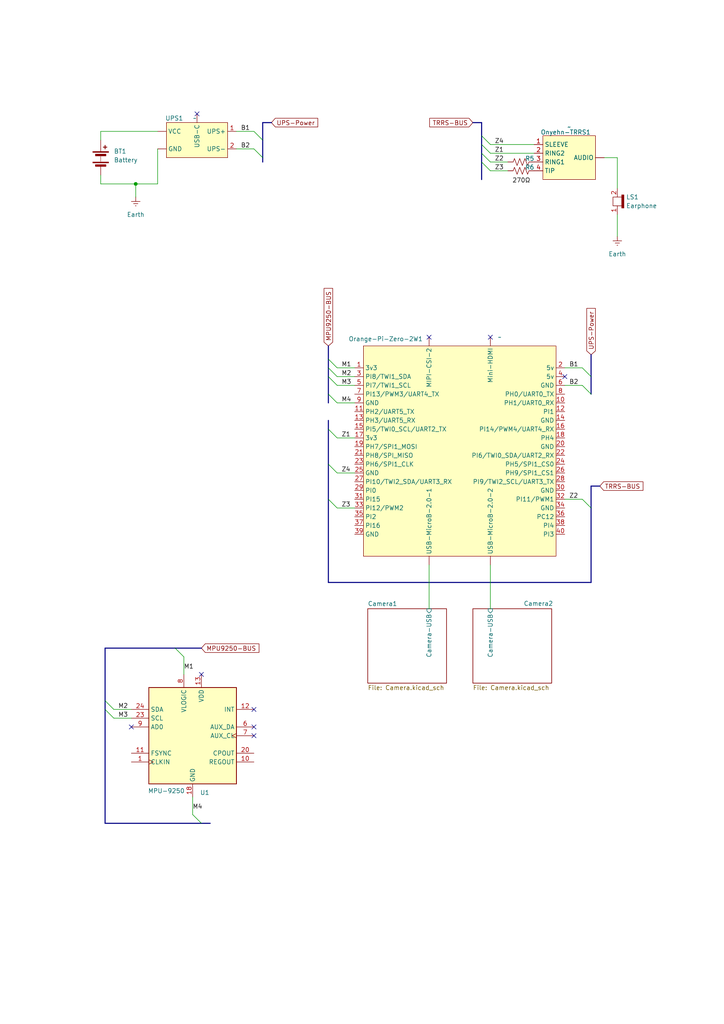
<source format=kicad_sch>
(kicad_sch (version 20250114) (generator "eeschema") (generator_version "9.0")
  (paper "A4" portrait)
  (title_block (title "World Navigation Hat") (date "2025-11-13") (rev "1.0") (company "University of San Agustin") (comment 1 "Daywan, Vince Ginno B. ") (comment 2 "ChenLin Wang") (comment 3 "Pabito, Ethel Herna C.") (comment 4 "D’Souza, Jason C"))
  (lib_symbols
    (symbol "4xxx:Onyehn-TRRS"
      (property "Reference" "Onyehn-TRRS" (at -1.27 8.128 0))
      (symbol "Onyehn-TRRS_1_0"
        (pin input line (at -10.16 3.81 0) (length 2.54) (name "SLEEVE") (number "1"))
        (pin input line (at -10.16 1.27 0) (length 2.54) (name "RING2") (number "2"))
        (pin input line (at -10.16 -1.27 0) (length 2.54) (name "RING1") (number "3"))
        (pin input line (at -10.16 -3.81 0) (length 2.54) (name "TIP") (number "4"))
        (pin output line (at 10.16 0 180) (length 2.54) (name "AUDIO") (number ""))
      )
      (symbol "Onyehn-TRRS_1_1"
        (rectangle (start -7.62 6.35) (end 7.62 -6.35) (fill (type background)))
      )
    )
    (symbol "4xxx:Orange-Pi-Zero-2W"
      (property "Reference" "Orange-Pi-Zero-2W" (at -21.082 32.766 0))
      (symbol "Orange-Pi-Zero-2W_0_0"
        (pin output line (at -30.48 24.13 0) (length 2.54) (name "3v3") (number "1"))
        (pin output line (at -30.48 21.59 0) (length 2.54) (name "PI8/TWI1_SDA") (number "3"))
        (pin output line (at -30.48 19.05 0) (length 2.54) (name "PI7/TWI1_SCL") (number "5"))
        (pin output line (at -30.48 16.51 0) (length 2.54) (name "PI13/PWM3/UART4_TX") (number "7"))
        (pin output line (at -30.48 13.97 0) (length 2.54) (name "GND") (number "9"))
        (pin output line (at -30.48 11.43 0) (length 2.54) (name "PH2/UART5_TX") (number "11"))
        (pin output line (at -30.48 8.89 0) (length 2.54) (name "PH3/UART5_RX") (number "13"))
        (pin output line (at -30.48 6.35 0) (length 2.54) (name "PI5/TWI0_SCL/UART2_TX") (number "15"))
        (pin output line (at -30.48 3.81 0) (length 2.54) (name "3v3") (number "17"))
        (pin output line (at -30.48 1.27 0) (length 2.54) (name "PH7/SPI1_MOSI") (number "19"))
        (pin output line (at -30.48 -1.27 0) (length 2.54) (name "PH8/SPI_MISO") (number "21"))
        (pin output line (at -30.48 -3.81 0) (length 2.54) (name "PH6/SPI1_CLK") (number "23"))
        (pin output line (at -30.48 -6.35 0) (length 2.54) (name "GND") (number "25"))
        (pin output line (at -30.48 -8.89 0) (length 2.54) (name "PI10/TWI2_SDA/UART3_RX") (number "27"))
        (pin output line (at -30.48 -11.43 0) (length 2.54) (name "PI0") (number "29"))
        (pin output line (at -30.48 -13.97 0) (length 2.54) (name "PI15") (number "31"))
        (pin output line (at -30.48 -16.51 0) (length 2.54) (name "PI12/PWM2") (number "33"))
        (pin output line (at -30.48 -19.05 0) (length 2.54) (name "PI2") (number "35"))
        (pin output line (at -30.48 -21.59 0) (length 2.54) (name "PI16") (number "37"))
        (pin output line (at -30.48 -24.13 0) (length 2.54) (name "GND") (number "39"))
        (pin output line (at 30.48 24.13 180) (length 2.54) (name "5v") (number "2"))
        (pin output line (at 30.48 21.59 180) (length 2.54) (name "5v") (number "4"))
        (pin output line (at 30.48 19.05 180) (length 2.54) (name "GND") (number "6"))
        (pin output line (at 30.48 16.51 180) (length 2.54) (name "PH0/UART0_TX") (number "8"))
        (pin output line (at 30.48 13.97 180) (length 2.54) (name "PH1/UART0_RX") (number "10"))
        (pin output line (at 30.48 11.43 180) (length 2.54) (name "PI1") (number "12"))
        (pin output line (at 30.48 8.89 180) (length 2.54) (name "GND") (number "14"))
        (pin output line (at 30.48 6.35 180) (length 2.54) (name "PI14/PWM4/UART4_RX") (number "16"))
        (pin output line (at 30.48 3.81 180) (length 2.54) (name "PH4") (number "18"))
        (pin output line (at 30.48 1.27 180) (length 2.54) (name "GND") (number "20"))
        (pin output line (at 30.48 -1.27 180) (length 2.54) (name "PI6/TWI0_SDA/UART2_RX") (number "22"))
        (pin output line (at 30.48 -3.81 180) (length 2.54) (name "PH5/SPI1_CS0") (number "24"))
        (pin output line (at 30.48 -6.35 180) (length 2.54) (name "PH9/SPI1_CS1") (number "26"))
        (pin output line (at 30.48 -8.89 180) (length 2.54) (name "PI9/TWI2_SCL/UART3_TX") (number "28"))
        (pin output line (at 30.48 -11.43 180) (length 2.54) (name "GND") (number "30"))
        (pin output line (at 30.48 -13.97 180) (length 2.54) (name "PI11/PWM1") (number "32"))
        (pin output line (at 30.48 -16.51 180) (length 2.54) (name "GND") (number "34"))
        (pin output line (at 30.48 -19.05 180) (length 2.54) (name "PC12") (number "36"))
        (pin output line (at 30.48 -21.59 180) (length 2.54) (name "PI4") (number "38"))
        (pin output line (at 30.48 -24.13 180) (length 2.54) (name "PI3") (number "40"))
      )
      (symbol "Orange-Pi-Zero-2W_1_1"
        (rectangle (start -27.94 30.48) (end 27.94 -30.48) (fill (type background)))
        (pin input line (at -8.89 33.02 270) (length 2.54) (name "MIPI-CSI-2") (number ""))
        (pin input line (at -8.89 -33.02 90) (length 2.54) (name "USB-MicroB-2.0-1") (number ""))
        (pin output line (at 8.89 33.02 270) (length 2.54) (name "Mini-HDMI") (number ""))
        (pin input line (at 8.89 -33.02 90) (length 2.54) (name "USB-MicroB-2.0-2") (number ""))
      )
    )
    (symbol "4xxx:UPS-5V/3A-USB-C"
      (property "Reference" "UPS" (at -7.112 6.096 0))
      (symbol "UPS-5V/3A-USB-C_1_1"
        (rectangle (start -8.89 5.08) (end 8.89 -5.08) (fill (type background)))
        (pin input line (at -11.43 2.54 0) (length 2.54) (name "VCC") (number ""))
        (pin input line (at -11.43 -2.54 0) (length 2.54) (name "GND") (number ""))
        (pin input line (at 0 7.62 270) (length 2.54) (name "USB-C") (number ""))
        (pin output line (at 11.43 2.54 180) (length 2.54) (name "UPS+") (number "1"))
        (pin output line (at 11.43 -2.54 180) (length 2.54) (name "UPS-") (number "2"))
      )
    )
    (symbol "Device:Battery" (pin_numbers (hide yes)) (pin_names (offset 0) (hide yes))
      (property "Reference" "BT" (at 2.54 2.54 0))
      (property "Value" "Battery" (at 2.54 0 0))
      (symbol "Battery_0_1"
        (rectangle (start -2.286 1.778) (end 2.286 1.524) (fill (type outline)))
        (rectangle (start -2.286 -1.27) (end 2.286 -1.524) (fill (type outline)))
        (rectangle (start -1.524 1.016) (end 1.524 0.508) (fill (type outline)))
        (rectangle (start -1.524 -2.032) (end 1.524 -2.54) (fill (type outline)))
        (polyline (pts (xy 0 1.778) (xy 0 2.54)))
        (polyline (pts (xy 0 0) (xy 0 0.254)))
        (polyline (pts (xy 0 -0.508) (xy 0 -0.254)))
        (polyline (pts (xy 0 -1.016) (xy 0 -0.762)))
        (polyline (pts (xy 0.762 3.048) (xy 1.778 3.048)) (stroke (width 0.254)))
        (polyline (pts (xy 1.27 3.556) (xy 1.27 2.54)) (stroke (width 0.254)))
      )
      (symbol "Battery_1_1"
        (pin passive line (at 0 5.08 270) (length 2.54) (name "+") (number "1"))
        (pin passive line (at 0 -5.08 90) (length 2.54) (name "-") (number "2"))
      )
    )
    (symbol "Device:Earphone" (pin_names (offset 0.0254) (hide yes))
      (property "Reference" "LS" (at 2.54 3.81 0))
      (property "Value" "Earphone" (at 2.54 1.905 0))
      (symbol "Earphone_0_1"
        (rectangle (start 1.27 0) (end -1.27 2.54))
        (rectangle (start 1.27 -0.635) (end 1.905 3.175) (fill (type outline)))
      )
      (symbol "Earphone_1_1"
        (pin passive line (at 0 5.08 270) (length 2.54) (name "+") (number "2"))
        (pin passive line (at 0 -2.54 90) (length 2.54) (name "-") (number "1"))
      )
    )
    (symbol "Device:R_US" (pin_numbers (hide yes)) (pin_names (offset 0))
      (property "Reference" "R" (at 2.54 0 90))
      (property "Value" "R_US" (at -2.54 0 90))
      (symbol "R_US_0_1"
        (polyline (pts (xy 0 2.286) (xy 0 2.54)))
        (polyline (pts (xy 0 2.286) (xy 1.016 1.905) (xy 0 1.524) (xy -1.016 1.143) (xy 0 0.762)))
        (polyline (pts (xy 0 0.762) (xy 1.016 0.381) (xy 0 0) (xy -1.016 -0.381) (xy 0 -0.762)))
        (polyline (pts (xy 0 -0.762) (xy 1.016 -1.143) (xy 0 -1.524) (xy -1.016 -1.905) (xy 0 -2.286)))
        (polyline (pts (xy 0 -2.286) (xy 0 -2.54)))
      )
      (symbol "R_US_1_1"
        (pin passive line (at 0 3.81 270) (length 1.27) (name "~") (number "1"))
        (pin passive line (at 0 -3.81 90) (length 1.27) (name "~") (number "2"))
      )
    )
    (symbol "Sensor_Motion:MPU-6050"
      (property "Reference" "U" (at -11.43 13.97 0))
      (property "Value" "MPU-6050" (at 7.62 -15.24 0))
      (symbol "MPU-6050_0_1"
        (rectangle (start -12.7 13.97) (end 12.7 -13.97) (stroke (width 0.254)) (fill (type background)))
      )
      (symbol "MPU-6050_1_1"
        (pin bidirectional line (at -17.78 7.62 0) (length 5.08) (name "SDA") (number "24"))
        (pin input line (at -17.78 5.08 0) (length 5.08) (name "SCL") (number "23"))
        (pin input line (at -17.78 2.54 0) (length 5.08) (name "AD0") (number "9"))
        (pin input line (at -17.78 -5.08 0) (length 5.08) (name "FSYNC") (number "11"))
        (pin input clock (at -17.78 -7.62 0) (length 5.08) (name "CLKIN") (number "1"))
        (pin no_connect line (at -12.7 12.7 0) (length 2.54) (hide yes) (name "NC") (number "2"))
        (pin no_connect line (at -12.7 10.16 0) (length 2.54) (hide yes) (name "NC") (number "3"))
        (pin no_connect line (at -12.7 0 0) (length 2.54) (hide yes) (name "NC") (number "4"))
        (pin no_connect line (at -12.7 -2.54 0) (length 2.54) (hide yes) (name "NC") (number "5"))
        (pin no_connect line (at -12.7 -10.16 0) (length 2.54) (hide yes) (name "NC") (number "14"))
        (pin power_in line (at -2.54 17.78 270) (length 3.81) (name "VLOGIC") (number "8"))
        (pin power_in line (at 0 -17.78 90) (length 3.81) (name "GND") (number "18"))
        (pin power_in line (at 2.54 17.78 270) (length 3.81) (name "VDD") (number "13"))
        (pin no_connect line (at 12.7 12.7 180) (length 2.54) (hide yes) (name "NC") (number "15"))
        (pin no_connect line (at 12.7 10.16 180) (length 2.54) (hide yes) (name "NC") (number "16"))
        (pin no_connect line (at 12.7 5.08 180) (length 2.54) (hide yes) (name "NC") (number "17"))
        (pin no_connect line (at 12.7 -2.54 180) (length 2.54) (hide yes) (name "RESV") (number "21"))
        (pin no_connect line (at 12.7 -10.16 180) (length 2.54) (hide yes) (name "RESV") (number "19"))
        (pin no_connect line (at 12.7 -12.7 180) (length 2.54) (hide yes) (name "RESV") (number "22"))
        (pin output line (at 17.78 7.62 180) (length 5.08) (name "INT") (number "12"))
        (pin bidirectional line (at 17.78 2.54 180) (length 5.08) (name "AUX_DA") (number "6"))
        (pin output clock (at 17.78 0 180) (length 5.08) (name "AUX_CL") (number "7"))
        (pin passive line (at 17.78 -5.08 180) (length 5.08) (name "CPOUT") (number "20"))
        (pin passive line (at 17.78 -7.62 180) (length 5.08) (name "REGOUT") (number "10"))
      )
    )
    (symbol "power:Earth" (power) (pin_numbers (hide yes)) (pin_names (offset 0) (hide yes))
      (property "Value" "Earth" (at 0 -3.81 0))
      (symbol "Earth_0_1"
        (polyline (pts (xy -0.635 -1.905) (xy 0.635 -1.905)))
        (polyline (pts (xy -0.127 -2.54) (xy 0.127 -2.54)))
        (polyline (pts (xy 0 -1.27) (xy 0 0)))
        (polyline (pts (xy 1.27 -1.27) (xy -1.27 -1.27)))
      )
      (symbol "Earth_1_1"
        (pin power_in line (at 0 0 270) (length 0) (name "~") (number "1"))
      )
    )
  )
  (junction (at 39.37 53.34))
  (no_connect (at 38.1 210.82))
  (no_connect (at 57.15 33.02))
  (no_connect (at 73.66 205.74))
  (no_connect (at 58.42 195.58))
  (no_connect (at 163.83 109.22))
  (no_connect (at 73.66 210.82))
  (no_connect (at 73.66 213.36))
  (no_connect (at 124.46 97.79))
  (no_connect (at 142.24 97.79))
  (bus_entry (at 139.7 46.99) (size 2.54 2.54))
  (bus_entry (at 168.91 106.68) (size 2.54 2.54))
  (bus_entry (at 55.88 236.22) (size 2.54 2.54))
  (bus_entry (at 95.25 104.14) (size 2.54 2.54))
  (bus_entry (at 95.25 106.68) (size 2.54 2.54))
  (bus_entry (at 30.48 205.74) (size 2.54 2.54))
  (bus_entry (at 139.7 44.45) (size 2.54 2.54))
  (bus_entry (at 30.48 203.2) (size 2.54 2.54))
  (bus_entry (at 168.91 144.78) (size 2.54 2.54))
  (bus_entry (at 73.66 43.18) (size 2.54 2.54))
  (bus_entry (at 139.7 39.37) (size 2.54 2.54))
  (bus_entry (at 168.91 111.76) (size 2.54 2.54))
  (bus_entry (at 139.7 41.91) (size 2.54 2.54))
  (bus_entry (at 95.25 134.62) (size 2.54 2.54))
  (bus_entry (at 95.25 144.78) (size 2.54 2.54))
  (bus_entry (at 95.25 124.46) (size 2.54 2.54))
  (bus_entry (at 73.66 38.1) (size 2.54 2.54))
  (bus_entry (at 50.8 187.96) (size 2.54 2.54))
  (bus_entry (at 95.25 109.22) (size 2.54 2.54))
  (bus_entry (at 95.25 114.3) (size 2.54 2.54))
  (bus (pts (xy 30.48 187.96) (xy 30.48 203.2)))
  (bus (pts (xy 95.25 144.78) (xy 95.25 168.91)))
  (bus (pts (xy 95.25 109.22) (xy 95.25 106.68)))
  (bus (pts (xy 95.25 144.78) (xy 95.25 134.62)))
  (bus (pts (xy 171.45 109.22) (xy 171.45 102.87)))
  (wire (pts (xy 179.07 45.72) (xy 179.07 54.61)))
  (wire (pts (xy 97.79 111.76) (xy 102.87 111.76)))
  (wire (pts (xy 39.37 53.34) (xy 29.21 53.34)))
  (bus (pts (xy 171.45 140.97) (xy 173.99 140.97)))
  (wire (pts (xy 97.79 127) (xy 102.87 127)))
  (bus (pts (xy 139.7 44.45) (xy 139.7 41.91)))
  (bus (pts (xy 139.7 41.91) (xy 139.7 39.37)))
  (wire (pts (xy 124.46 163.83) (xy 124.46 176.53)))
  (wire (pts (xy 68.58 38.1) (xy 73.66 38.1)))
  (bus (pts (xy 30.48 205.74) (xy 30.48 238.76)))
  (bus (pts (xy 95.25 134.62) (xy 95.25 124.46)))
  (bus (pts (xy 95.25 121.92) (xy 95.25 124.46)))
  (bus (pts (xy 58.42 238.76) (xy 60.96 238.76)))
  (bus (pts (xy 76.2 45.72) (xy 76.2 46.99)))
  (wire (pts (xy 163.83 111.76) (xy 168.91 111.76)))
  (wire (pts (xy 97.79 116.84) (xy 102.87 116.84)))
  (wire (pts (xy 97.79 109.22) (xy 102.87 109.22)))
  (bus (pts (xy 30.48 187.96) (xy 50.8 187.96)))
  (bus (pts (xy 95.25 168.91) (xy 171.45 168.91)))
  (bus (pts (xy 76.2 35.56) (xy 78.74 35.56)))
  (bus (pts (xy 171.45 147.32) (xy 171.45 168.91)))
  (wire (pts (xy 97.79 106.68) (xy 102.87 106.68)))
  (wire (pts (xy 97.79 137.16) (xy 102.87 137.16)))
  (wire (pts (xy 142.24 41.91) (xy 154.94 41.91)))
  (bus (pts (xy 95.25 106.68) (xy 95.25 104.14)))
  (wire (pts (xy 142.24 163.83) (xy 142.24 176.53)))
  (bus (pts (xy 171.45 147.32) (xy 171.45 140.97)))
  (wire (pts (xy 39.37 53.34) (xy 39.37 57.15)))
  (wire (pts (xy 55.88 231.14) (xy 55.88 236.22)))
  (wire (pts (xy 29.21 40.64) (xy 29.21 38.1)))
  (bus (pts (xy 30.48 205.74) (xy 30.48 203.2)))
  (wire (pts (xy 33.02 208.28) (xy 38.1 208.28)))
  (bus (pts (xy 95.25 114.3) (xy 95.25 109.22)))
  (wire (pts (xy 33.02 205.74) (xy 38.1 205.74)))
  (bus (pts (xy 139.7 39.37) (xy 139.7 35.56)))
  (wire (pts (xy 45.72 53.34) (xy 39.37 53.34)))
  (bus (pts (xy 139.7 46.99) (xy 139.7 52.07)))
  (bus (pts (xy 76.2 35.56) (xy 76.2 40.64)))
  (bus (pts (xy 76.2 40.64) (xy 76.2 45.72)))
  (wire (pts (xy 29.21 53.34) (xy 29.21 50.8)))
  (wire (pts (xy 142.24 49.53) (xy 147.32 49.53)))
  (bus (pts (xy 171.45 114.3) (xy 171.45 109.22)))
  (wire (pts (xy 175.26 45.72) (xy 179.07 45.72)))
  (bus (pts (xy 139.7 46.99) (xy 139.7 44.45)))
  (bus (pts (xy 30.48 238.76) (xy 58.42 238.76)))
  (wire (pts (xy 45.72 43.18) (xy 45.72 53.34)))
  (bus (pts (xy 95.25 116.84) (xy 95.25 114.3)))
  (wire (pts (xy 142.24 46.99) (xy 147.32 46.99)))
  (wire (pts (xy 142.24 44.45) (xy 154.94 44.45)))
  (bus (pts (xy 95.25 104.14) (xy 95.25 100.33)))
  (wire (pts (xy 163.83 144.78) (xy 168.91 144.78)))
  (wire (pts (xy 163.83 106.68) (xy 168.91 106.68)))
  (wire (pts (xy 179.07 62.23) (xy 179.07 68.58)))
  (wire (pts (xy 29.21 38.1) (xy 45.72 38.1)))
  (wire (pts (xy 53.34 190.5) (xy 53.34 195.58)))
  (wire (pts (xy 97.79 147.32) (xy 102.87 147.32)))
  (bus (pts (xy 137.16 35.56) (xy 139.7 35.56)))
  (bus (pts (xy 50.8 187.96) (xy 58.42 187.96)))
  (wire (pts (xy 68.58 43.18) (xy 73.66 43.18)))
  (label "M4" (at 55.88 234.95 0))
  (label "M2" (at 34.29 205.74 0))
  (label "M3" (at 34.29 208.28 0))
  (label "M1" (at 53.34 194.31 0))
  (label "Z2" (at 165.1 144.78 0))
  (label "Z3" (at 99.06 147.32 0))
  (label "Z1" (at 99.06 127 0))
  (label "270Ω" (at 148.59 53.34 0))
  (label "B1" (at 69.85 38.1 0))
  (label "Z4" (at 143.51 41.91 0))
  (label "Z1" (at 143.51 44.45 0))
  (label "Z2" (at 143.51 46.99 0))
  (label "Z3" (at 143.51 49.53 0))
  (label "B2" (at 69.85 43.18 0))
  (label "M1" (at 99.06 106.68 0))
  (label "M2" (at 99.06 109.22 0))
  (label "M4" (at 99.06 116.84 0))
  (label "M3" (at 99.06 111.76 0))
  (label "B2" (at 165.1 111.76 0))
  (label "B1" (at 165.1 106.68 0))
  (label "Z4" (at 99.06 137.16 0))
  (global_label "MPU9250-BUS" (shape input) (at 58.42 187.96 0) (property "Intersheetrefs" "${INTERSHEET_REFS}" (effects (hide yes))))
  (global_label "MPU9250-BUS" (shape input) (at 95.25 100.33 90) (property "Intersheetrefs" "${INTERSHEET_REFS}" (effects (hide yes))))
  (global_label "UPS-Power" (shape input) (at 78.74 35.56 0) (property "Intersheetrefs" "${INTERSHEET_REFS}" (effects (hide yes))))
  (global_label "TRRS-BUS" (shape input) (at 137.16 35.56 180) (property "Intersheetrefs" "${INTERSHEET_REFS}" (effects (hide yes))))
  (global_label "TRRS-BUS" (shape input) (at 173.99 140.97 0) (property "Intersheetrefs" "${INTERSHEET_REFS}" (effects (hide yes))))
  (global_label "UPS-Power" (shape input) (at 171.45 102.87 90) (property "Intersheetrefs" "${INTERSHEET_REFS}" (effects (hide yes))))
  (symbol (lib_id "Sensor_Motion:MPU-6050") (at 55.88 213.36 0) (unit 1)
    (property "Reference" "U1" (at 58.0233 229.87 0) (effects (justify left)))
    (property "Value" "MPU-9250" (at 42.926 229.362 0) (effects (justify left)))
    (property "Footprint" "Sensor_Motion:InvenSense_QFN-24_4x4mm_P0.5mm" (effects (hide yes)))
    (property "Datasheet" "https://invensense.tdk.com/wp-content/uploads/2015/02/MPU-6000-Datasheet1.pdf" (effects (hide yes)))
    (property "Description" "InvenSense 6-Axis Motion Sensor, Gyroscope, Accelerometer, I2C" (effects (hide yes)))
  )
  (symbol (lib_id "Device:R_US") (at 151.13 46.99 90) (unit 1)
    (property "Reference" "R5" (at 153.67 45.974 90))
    (property "Value" "R_US" (effects (hide yes)))
    (property "Description" "Resistor, US symbol" (effects (hide yes)))
  )
  (symbol (lib_id "Device:Earphone") (at 179.07 59.69 0) (unit 1)
    (property "Reference" "LS1" (at 181.61 57.1499 0) (effects (justify left)))
    (property "Value" "Earphone" (at 181.61 59.6899 0) (effects (justify left)))
    (property "Description" "Earphone, polarized" (effects (hide yes)))
  )
  (symbol (lib_id "power:Earth") (at 39.37 57.15 0) (unit 1)
    (property "Reference" "#PWR03" (effects (hide yes)))
    (property "Value" "Earth" (at 39.37 62.23 0))
    (property "Description" "Power symbol creates a global label with name \"Earth\"" (effects (hide yes)))
  )
  (symbol (lib_id "Device:Battery") (at 29.21 45.72 0) (unit 1)
    (property "Reference" "BT1" (at 33.02 43.8784 0) (effects (justify left)))
    (property "Value" "Battery" (at 33.02 46.4184 0) (effects (justify left)))
    (property "Description" "Multiple-cell battery" (effects (hide yes)))
  )
  (symbol (lib_id "4xxx:Onyehn-TRRS") (at 165.1 45.72 0) (unit 1)
    (property "Reference" "Onyehn-TRRS1" (at 164.084 38.354 0))
    (property "Value" "~" (at 165.1 36.83 0))
  )
  (symbol (lib_id "4xxx:Orange-Pi-Zero-2W") (at 133.35 130.81 0) (unit 1)
    (property "Reference" "Orange-Pi-Zero-2W1" (at 101.092 98.298 0) (effects (justify left)))
    (property "Value" "~" (at 144.3833 97.79 0) (effects (justify left)))
  )
  (symbol (lib_id "power:Earth") (at 179.07 68.58 0) (unit 1)
    (property "Reference" "#PWR02" (effects (hide yes)))
    (property "Value" "Earth" (at 179.07 73.66 0))
    (property "Description" "Power symbol creates a global label with name \"Earth\"" (effects (hide yes)))
  )
  (symbol (lib_id "4xxx:UPS-5V/3A-USB-C") (at 57.15 40.64 0) (unit 1)
    (property "Reference" "UPS1" (at 50.546 34.29 0))
    (property "Value" "~" (at 56.515 34.29 0))
  )
  (symbol (lib_id "Device:R_US") (at 151.13 49.53 90) (unit 1)
    (property "Reference" "R6" (at 153.67 48.514 90))
    (property "Value" "R_US" (effects (hide yes)))
    (property "Description" "Resistor, US symbol" (effects (hide yes)))
  )
  (sheet (at 106.68 176.53) (size 22.86 21.59) (stroke (width 0.1524))
    (property "Sheetname" "Camera1" (at 106.68 175.8184 0) (effects (justify left bottom)))
    (property "Sheetfile" "Camera.kicad_sch" (at 106.68 198.7046 0) (effects (justify left top)))
    (pin "Camera-USB" input (at 124.46 176.53 90))
  )
  (sheet (at 137.16 176.53) (size 22.86 21.59) (stroke (width 0.1524))
    (property "Sheetname" "Camera2" (at 151.892 175.768 0) (effects (justify left bottom)))
    (property "Sheetfile" "Camera.kicad_sch" (at 137.16 198.7046 0) (effects (justify left top)))
    (pin "Camera-USB" input (at 142.24 176.53 90))
  )
)
</source>
